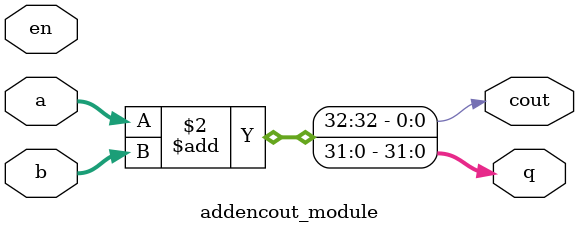
<source format=v>

`include "timescale.inc"
`include "define.vh"




module addcin_module(a, b, cin, q);

// -----------------------------------------------------------------------------
// parameters
// -----------------------------------------------------------------------------

parameter [31:0] WIDTH = 32'd32;

// -----------------------------------------------------------------------------
// ports
// -----------------------------------------------------------------------------

input wire      [WIDTH-1:0]     a;
input wire      [WIDTH-1:0]     b;
input wire                      cin;
output wire     [WIDTH-1:0]     q;

// -----------------------------------------------------------------------------
// assign output
// -----------------------------------------------------------------------------

assign q = a + b + cin;

endmodule



// -----------------------------------------------------------------------------
// adder module with carry input and enable
// -----------------------------------------------------------------------------

module addcinen_module(a, b, cin, q, en);

// -----------------------------------------------------------------------------
// parameters
// -----------------------------------------------------------------------------

parameter [31:0] WIDTH = 32'd32;
parameter [31:0] OPIS  = 32'd32;

// -----------------------------------------------------------------------------
// ports
// -----------------------------------------------------------------------------

input wire      [WIDTH-1:0]     a;
input wire      [WIDTH-1:0]     b;
input wire                      cin;
input wire                      en;
output reg      [WIDTH-1:0]     q;

generate

// -----------------------------------------------------------------------------
// operand isolation
// -----------------------------------------------------------------------------

if (OPIS == 1) begin
    wire    [WIDTH-1:0]     isol_a;
    wire    [WIDTH-1:0]     isol_b;
    wire                    isol_cin;
    assign  isol_a     = a & {WIDTH{en}};
    assign  isol_b     = b & {WIDTH{en}};
    assign  isol_cin   = cin & en;
    always @(*)
    begin
        q = isol_a + isol_b + {{WIDTH-1{1'b0}},isol_cin};
    end
end

// -----------------------------------------------------------------------------
// without operand isolation
// -----------------------------------------------------------------------------

else begin
    always @(*)
    begin
        q = a + b + {{WIDTH-1{1'b0}},cin};
    end
end
endgenerate

endmodule



// -----------------------------------------------------------------------------
// adder module with carry out
// -----------------------------------------------------------------------------

module addcout_module(a, b, cout, q);

// -----------------------------------------------------------------------------
// parameters
// -----------------------------------------------------------------------------

parameter [31:0] WIDTH = 32'd32;

// -----------------------------------------------------------------------------
// ports
// -----------------------------------------------------------------------------

input wire      [WIDTH-1:0]     a;
input wire      [WIDTH-1:0]     b;
output wire                     cout;
output wire     [WIDTH-1:0]     q;

// -----------------------------------------------------------------------------
// assign output
// -----------------------------------------------------------------------------

assign {cout,q} = a + b;

endmodule



// -----------------------------------------------------------------------------
// adder module
// -----------------------------------------------------------------------------

module add_module(a, b, q);

// -----------------------------------------------------------------------------
// parameters
// -----------------------------------------------------------------------------

parameter [31:0] WIDTH = 32'd32;

// -----------------------------------------------------------------------------
// ports
// -----------------------------------------------------------------------------

input wire      [WIDTH-1:0]     a;
input wire      [WIDTH-1:0]     b;
output wire     [WIDTH-1:0]     q;

// -----------------------------------------------------------------------------
// assign output
// -----------------------------------------------------------------------------

assign q = a + b;

endmodule



// -----------------------------------------------------------------------------
// adder module with enable
// -----------------------------------------------------------------------------

module adden_module(a, b, en, q);

// -----------------------------------------------------------------------------
// parameters
// -----------------------------------------------------------------------------

parameter [31:0] WIDTH = 32'd32;
parameter [31:0] OPIS  = 32'd32;

// -----------------------------------------------------------------------------
// ports
// -----------------------------------------------------------------------------

input wire      [WIDTH-1:0]     a;
input wire      [WIDTH-1:0]     b;
input wire                      en;
output reg      [WIDTH-1:0]     q;

generate

// -----------------------------------------------------------------------------
// operand isolation
// -----------------------------------------------------------------------------

if (OPIS == 1) begin
    wire    [WIDTH-1:0]    isol_a;
    wire    [WIDTH-1:0]    isol_b;
    assign  isol_a = a & {WIDTH{en}};
    assign  isol_b = b & {WIDTH{en}};
    always @(*)
    begin
        q = isol_a + isol_b;
    end
end

// -----------------------------------------------------------------------------
// without operand isolation
// -----------------------------------------------------------------------------

else begin
    always @(*)
    begin
        q = a + b;
    end
end
endgenerate

endmodule



// -----------------------------------------------------------------------------
// adder module with carry out and enable
// -----------------------------------------------------------------------------

module addencout_module(a, b, en, q, cout);

// -----------------------------------------------------------------------------
// parameters
// -----------------------------------------------------------------------------

parameter [31:0] WIDTH = 32'd32;
parameter [31:0] OPIS  = 32'd32;

// -----------------------------------------------------------------------------
// ports
// -----------------------------------------------------------------------------

input wire  [WIDTH-1:0] a;
input wire  [WIDTH-1:0] b;
input wire              en;
output reg              cout;
output reg  [WIDTH-1:0] q;

generate

// -----------------------------------------------------------------------------
// opernad isolation
// -----------------------------------------------------------------------------

if (OPIS == 1) begin
    wire    [WIDTH-1:0] isol_a;
    wire    [WIDTH-1:0] isol_b;
    assign  isol_a = a & {WIDTH{en}};
    assign  isol_b = b & {WIDTH{en}};
    always @(*)
    begin
        {cout,q} = isol_a + isol_b;
    end
end

// -----------------------------------------------------------------------------
// without opernad isolation
// -----------------------------------------------------------------------------

else begin
    always @(*)
    begin
        {cout,q} = a + b;
    end
end
endgenerate

endmodule

</source>
